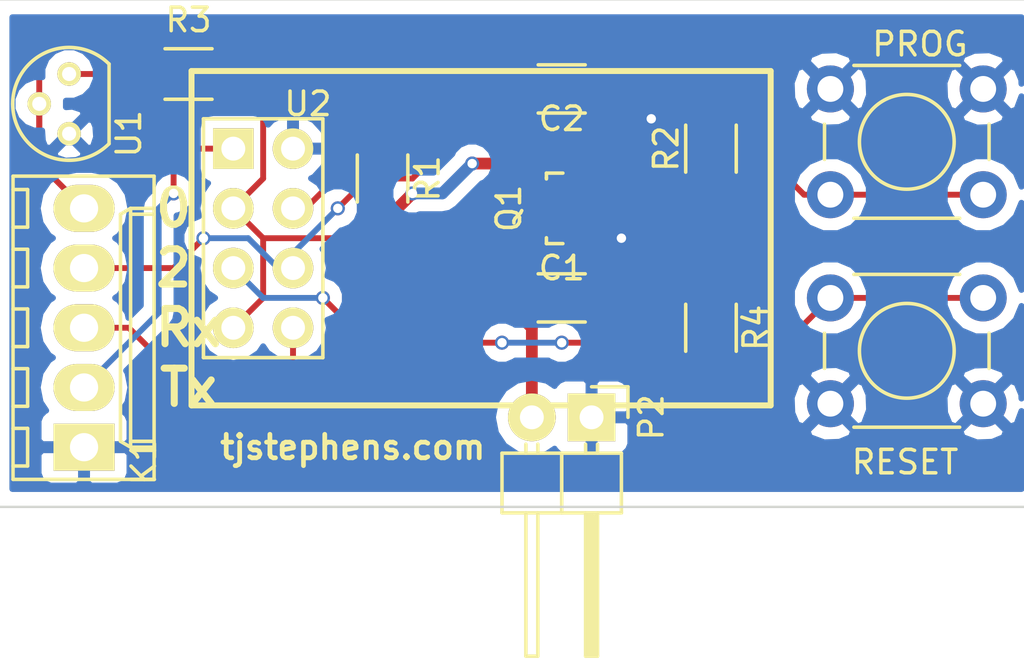
<source format=kicad_pcb>
(kicad_pcb (version 4) (host pcbnew 4.0.4-stable)

  (general
    (links 33)
    (no_connects 0)
    (area 109.169999 35.855 153.720001 65.485001)
    (thickness 1.6)
    (drawings 9)
    (tracks 105)
    (zones 0)
    (modules 13)
    (nets 9)
  )

  (page A4)
  (layers
    (0 F.Cu signal)
    (31 B.Cu signal)
    (32 B.Adhes user hide)
    (33 F.Adhes user hide)
    (34 B.Paste user)
    (35 F.Paste user)
    (36 B.SilkS user)
    (37 F.SilkS user)
    (38 B.Mask user hide)
    (39 F.Mask user hide)
    (40 Dwgs.User user)
    (41 Cmts.User user)
    (42 Eco1.User user)
    (43 Eco2.User user hide)
    (44 Edge.Cuts user hide)
    (45 Margin user)
    (46 B.CrtYd user hide)
    (47 F.CrtYd user)
    (48 B.Fab user)
    (49 F.Fab user hide)
  )

  (setup
    (last_trace_width 0.25)
    (trace_clearance 0.2)
    (zone_clearance 0.508)
    (zone_45_only no)
    (trace_min 0.2)
    (segment_width 0.2)
    (edge_width 0.1)
    (via_size 0.6)
    (via_drill 0.4)
    (via_min_size 0.4)
    (via_min_drill 0.3)
    (uvia_size 0.3)
    (uvia_drill 0.1)
    (uvias_allowed no)
    (uvia_min_size 0.2)
    (uvia_min_drill 0.1)
    (pcb_text_width 0.3)
    (pcb_text_size 1.5 1.5)
    (mod_edge_width 0.15)
    (mod_text_size 1 1)
    (mod_text_width 0.15)
    (pad_size 1.5 1.5)
    (pad_drill 0.6)
    (pad_to_mask_clearance 0)
    (aux_axis_origin 0 0)
    (visible_elements FFFFE06D)
    (pcbplotparams
      (layerselection 0x010f0_80000001)
      (usegerberextensions false)
      (excludeedgelayer true)
      (linewidth 0.100000)
      (plotframeref false)
      (viasonmask false)
      (mode 1)
      (useauxorigin false)
      (hpglpennumber 1)
      (hpglpenspeed 20)
      (hpglpendiameter 15)
      (hpglpenoverlay 2)
      (psnegative false)
      (psa4output false)
      (plotreference true)
      (plotvalue true)
      (plotinvisibletext false)
      (padsonsilk false)
      (subtractmaskfromsilk false)
      (outputformat 1)
      (mirror false)
      (drillshape 0)
      (scaleselection 1)
      (outputdirectory ESPTemperature/))
  )

  (net 0 "")
  (net 1 "Net-(C1-Pad1)")
  (net 2 GND)
  (net 3 /TX)
  (net 4 /RX)
  (net 5 VDD)
  (net 6 /GPIO0)
  (net 7 "Net-(R4-Pad2)")
  (net 8 /GPIO2)

  (net_class Default "This is the default net class."
    (clearance 0.2)
    (trace_width 0.25)
    (via_dia 0.6)
    (via_drill 0.4)
    (uvia_dia 0.3)
    (uvia_drill 0.1)
    (add_net /GPIO0)
    (add_net /GPIO2)
    (add_net /RX)
    (add_net /TX)
    (add_net "Net-(R4-Pad2)")
  )

  (net_class Power ""
    (clearance 0.2)
    (trace_width 0.5)
    (via_dia 0.6)
    (via_drill 0.4)
    (uvia_dia 0.3)
    (uvia_drill 0.1)
    (add_net GND)
    (add_net "Net-(C1-Pad1)")
    (add_net VDD)
  )

  (module ESP8266:ESP-01 (layer F.Cu) (tedit 580CE443) (tstamp 5807F43D)
    (at 119.38 43.18)
    (descr "Module, ESP-8266, ESP-01, 8 pin")
    (tags "Module ESP-8266 ESP8266")
    (path /5807F176)
    (fp_text reference U2 (at 3.175 -1.905) (layer F.SilkS)
      (effects (font (size 1 1) (thickness 0.15)))
    )
    (fp_text value ESP-01v090 (at 3.175 10.16) (layer F.Fab)
      (effects (font (size 1 1) (thickness 0.15)))
    )
    (fp_line (start -1.778 -3.302) (end 22.86 -3.302) (layer F.SilkS) (width 0.254))
    (fp_line (start 22.86 -3.302) (end 22.86 10.922) (layer F.SilkS) (width 0.254))
    (fp_line (start 22.86 10.922) (end -1.778 10.922) (layer F.SilkS) (width 0.254))
    (fp_line (start -1.778 10.922) (end -1.778 -3.302) (layer F.SilkS) (width 0.254))
    (fp_line (start -1.778 -3.302) (end 22.86 -3.302) (layer F.Fab) (width 0.05))
    (fp_line (start 22.86 -3.302) (end 22.86 10.922) (layer F.Fab) (width 0.05))
    (fp_line (start 22.86 10.922) (end -1.778 10.922) (layer F.Fab) (width 0.05))
    (fp_line (start -1.778 10.922) (end -1.778 -3.302) (layer F.Fab) (width 0.05))
    (fp_line (start 1.27 -1.27) (end -1.27 -1.27) (layer F.SilkS) (width 0.1524))
    (fp_line (start -1.27 -1.27) (end -1.27 1.27) (layer F.SilkS) (width 0.1524))
    (fp_line (start -1.75 -1.75) (end -1.75 9.4) (layer F.CrtYd) (width 0.05))
    (fp_line (start 4.3 -1.75) (end 4.3 9.4) (layer F.CrtYd) (width 0.05))
    (fp_line (start -1.75 -1.75) (end 4.3 -1.75) (layer F.CrtYd) (width 0.05))
    (fp_line (start -1.75 9.4) (end 4.3 9.4) (layer F.CrtYd) (width 0.05))
    (fp_line (start -1.27 1.27) (end -1.27 8.89) (layer F.SilkS) (width 0.1524))
    (fp_line (start -1.27 8.89) (end 3.81 8.89) (layer F.SilkS) (width 0.1524))
    (fp_line (start 3.81 8.89) (end 3.81 -1.27) (layer F.SilkS) (width 0.1524))
    (fp_line (start 3.81 -1.27) (end 1.27 -1.27) (layer F.SilkS) (width 0.1524))
    (pad 1 thru_hole rect (at 0 0) (size 1.7272 1.7272) (drill 1.016) (layers *.Cu *.Mask F.SilkS)
      (net 3 /TX))
    (pad 2 thru_hole oval (at 2.54 0) (size 1.7272 1.7272) (drill 1.016) (layers *.Cu *.Mask F.SilkS)
      (net 2 GND))
    (pad 3 thru_hole oval (at 0 2.54) (size 1.7272 1.7272) (drill 1.016) (layers *.Cu *.Mask F.SilkS)
      (net 5 VDD))
    (pad 4 thru_hole oval (at 2.54 2.54) (size 1.7272 1.7272) (drill 1.016) (layers *.Cu *.Mask F.SilkS)
      (net 8 /GPIO2))
    (pad 5 thru_hole oval (at 0 5.08) (size 1.7272 1.7272) (drill 1.016) (layers *.Cu *.Mask F.SilkS)
      (net 7 "Net-(R4-Pad2)"))
    (pad 6 thru_hole oval (at 2.54 5.08) (size 1.7272 1.7272) (drill 1.016) (layers *.Cu *.Mask F.SilkS)
      (net 6 /GPIO0))
    (pad 7 thru_hole oval (at 0 7.62) (size 1.7272 1.7272) (drill 1.016) (layers *.Cu *.Mask F.SilkS)
      (net 5 VDD))
    (pad 8 thru_hole oval (at 2.54 7.62) (size 1.7272 1.7272) (drill 1.016) (layers *.Cu *.Mask F.SilkS)
      (net 4 /RX))
  )

  (module Capacitors_SMD:C_1206_HandSoldering (layer F.Cu) (tedit 580BDAED) (tstamp 5807F3E8)
    (at 133.35 49.53)
    (descr "Capacitor SMD 1206, hand soldering")
    (tags "capacitor 1206")
    (path /5807EFCC)
    (attr smd)
    (fp_text reference C1 (at 0 -1.27) (layer F.SilkS)
      (effects (font (size 1 1) (thickness 0.15)))
    )
    (fp_text value 33u (at 0 2.3) (layer F.Fab) hide
      (effects (font (size 1 1) (thickness 0.15)))
    )
    (fp_line (start -1.6 0.8) (end -1.6 -0.8) (layer F.Fab) (width 0.15))
    (fp_line (start 1.6 0.8) (end -1.6 0.8) (layer F.Fab) (width 0.15))
    (fp_line (start 1.6 -0.8) (end 1.6 0.8) (layer F.Fab) (width 0.15))
    (fp_line (start -1.6 -0.8) (end 1.6 -0.8) (layer F.Fab) (width 0.15))
    (fp_line (start -3.3 -1.15) (end 3.3 -1.15) (layer F.CrtYd) (width 0.05))
    (fp_line (start -3.3 1.15) (end 3.3 1.15) (layer F.CrtYd) (width 0.05))
    (fp_line (start -3.3 -1.15) (end -3.3 1.15) (layer F.CrtYd) (width 0.05))
    (fp_line (start 3.3 -1.15) (end 3.3 1.15) (layer F.CrtYd) (width 0.05))
    (fp_line (start 1 -1.025) (end -1 -1.025) (layer F.SilkS) (width 0.15))
    (fp_line (start -1 1.025) (end 1 1.025) (layer F.SilkS) (width 0.15))
    (pad 1 smd rect (at -2 0) (size 2 1.6) (layers F.Cu F.Paste F.Mask)
      (net 1 "Net-(C1-Pad1)"))
    (pad 2 smd rect (at 2 0) (size 2 1.6) (layers F.Cu F.Paste F.Mask)
      (net 2 GND))
    (model Capacitors_SMD.3dshapes/C_1206_HandSoldering.wrl
      (at (xyz 0 0 0))
      (scale (xyz 1 1 1))
      (rotate (xyz 0 0 0))
    )
  )

  (module Capacitors_SMD:C_1206_HandSoldering (layer F.Cu) (tedit 580BD92E) (tstamp 5807F3EE)
    (at 133.35 40.64 180)
    (descr "Capacitor SMD 1206, hand soldering")
    (tags "capacitor 1206")
    (path /5807F01D)
    (attr smd)
    (fp_text reference C2 (at 0 -1.27 180) (layer F.SilkS)
      (effects (font (size 1 1) (thickness 0.15)))
    )
    (fp_text value 33u (at 0 2.3 180) (layer F.Fab)
      (effects (font (size 1 1) (thickness 0.15)))
    )
    (fp_line (start -1.6 0.8) (end -1.6 -0.8) (layer F.Fab) (width 0.15))
    (fp_line (start 1.6 0.8) (end -1.6 0.8) (layer F.Fab) (width 0.15))
    (fp_line (start 1.6 -0.8) (end 1.6 0.8) (layer F.Fab) (width 0.15))
    (fp_line (start -1.6 -0.8) (end 1.6 -0.8) (layer F.Fab) (width 0.15))
    (fp_line (start -3.3 -1.15) (end 3.3 -1.15) (layer F.CrtYd) (width 0.05))
    (fp_line (start -3.3 1.15) (end 3.3 1.15) (layer F.CrtYd) (width 0.05))
    (fp_line (start -3.3 -1.15) (end -3.3 1.15) (layer F.CrtYd) (width 0.05))
    (fp_line (start 3.3 -1.15) (end 3.3 1.15) (layer F.CrtYd) (width 0.05))
    (fp_line (start 1 -1.025) (end -1 -1.025) (layer F.SilkS) (width 0.15))
    (fp_line (start -1 1.025) (end 1 1.025) (layer F.SilkS) (width 0.15))
    (pad 1 smd rect (at -2 0 180) (size 2 1.6) (layers F.Cu F.Paste F.Mask)
      (net 2 GND))
    (pad 2 smd rect (at 2 0 180) (size 2 1.6) (layers F.Cu F.Paste F.Mask)
      (net 5 VDD))
    (model Capacitors_SMD.3dshapes/C_1206_HandSoldering.wrl
      (at (xyz 0 0 0))
      (scale (xyz 1 1 1))
      (rotate (xyz 0 0 0))
    )
  )

  (module Pin_Headers:Pin_Header_Angled_1x02 (layer F.Cu) (tedit 580D23D3) (tstamp 5807F3FB)
    (at 134.62 54.61 270)
    (descr "Through hole pin header")
    (tags "pin header")
    (path /58054E3B)
    (fp_text reference P2 (at 0 -2.54 270) (layer F.SilkS)
      (effects (font (size 1 1) (thickness 0.15)))
    )
    (fp_text value CONN_2 (at 1.905 -2.54 270) (layer F.Fab)
      (effects (font (size 1 1) (thickness 0.15)))
    )
    (fp_line (start -1.5 -1.75) (end -1.5 4.3) (layer F.CrtYd) (width 0.05))
    (fp_line (start 10.65 -1.75) (end 10.65 4.3) (layer F.CrtYd) (width 0.05))
    (fp_line (start -1.5 -1.75) (end 10.65 -1.75) (layer F.CrtYd) (width 0.05))
    (fp_line (start -1.5 4.3) (end 10.65 4.3) (layer F.CrtYd) (width 0.05))
    (fp_line (start -1.3 -1.55) (end -1.3 0) (layer F.SilkS) (width 0.15))
    (fp_line (start 0 -1.55) (end -1.3 -1.55) (layer F.SilkS) (width 0.15))
    (fp_line (start 4.191 -0.127) (end 10.033 -0.127) (layer F.SilkS) (width 0.15))
    (fp_line (start 10.033 -0.127) (end 10.033 0.127) (layer F.SilkS) (width 0.15))
    (fp_line (start 10.033 0.127) (end 4.191 0.127) (layer F.SilkS) (width 0.15))
    (fp_line (start 4.191 0.127) (end 4.191 0) (layer F.SilkS) (width 0.15))
    (fp_line (start 4.191 0) (end 10.033 0) (layer F.SilkS) (width 0.15))
    (fp_line (start 1.524 -0.254) (end 1.143 -0.254) (layer F.SilkS) (width 0.15))
    (fp_line (start 1.524 0.254) (end 1.143 0.254) (layer F.SilkS) (width 0.15))
    (fp_line (start 1.524 2.286) (end 1.143 2.286) (layer F.SilkS) (width 0.15))
    (fp_line (start 1.524 2.794) (end 1.143 2.794) (layer F.SilkS) (width 0.15))
    (fp_line (start 1.524 -1.27) (end 4.064 -1.27) (layer F.SilkS) (width 0.15))
    (fp_line (start 1.524 1.27) (end 4.064 1.27) (layer F.SilkS) (width 0.15))
    (fp_line (start 1.524 1.27) (end 1.524 3.81) (layer F.SilkS) (width 0.15))
    (fp_line (start 1.524 3.81) (end 4.064 3.81) (layer F.SilkS) (width 0.15))
    (fp_line (start 4.064 2.286) (end 10.16 2.286) (layer F.SilkS) (width 0.15))
    (fp_line (start 10.16 2.286) (end 10.16 2.794) (layer F.SilkS) (width 0.15))
    (fp_line (start 10.16 2.794) (end 4.064 2.794) (layer F.SilkS) (width 0.15))
    (fp_line (start 4.064 3.81) (end 4.064 1.27) (layer F.SilkS) (width 0.15))
    (fp_line (start 4.064 1.27) (end 4.064 -1.27) (layer F.SilkS) (width 0.15))
    (fp_line (start 10.16 0.254) (end 4.064 0.254) (layer F.SilkS) (width 0.15))
    (fp_line (start 10.16 -0.254) (end 10.16 0.254) (layer F.SilkS) (width 0.15))
    (fp_line (start 4.064 -0.254) (end 10.16 -0.254) (layer F.SilkS) (width 0.15))
    (fp_line (start 1.524 1.27) (end 4.064 1.27) (layer F.SilkS) (width 0.15))
    (fp_line (start 1.524 -1.27) (end 1.524 1.27) (layer F.SilkS) (width 0.15))
    (pad 1 thru_hole rect (at 0 0 270) (size 2.032 2.032) (drill 1.016) (layers *.Cu *.Mask F.SilkS)
      (net 2 GND))
    (pad 2 thru_hole oval (at 0 2.54 270) (size 2.032 2.032) (drill 1.016) (layers *.Cu *.Mask F.SilkS)
      (net 1 "Net-(C1-Pad1)"))
    (model Pin_Headers.3dshapes/Pin_Header_Angled_1x02.wrl
      (at (xyz 0 -0.05 0))
      (scale (xyz 1 1 1))
      (rotate (xyz 0 0 90))
    )
  )

  (module TO_SOT_Packages_SMD:SOT-23 (layer F.Cu) (tedit 580BD921) (tstamp 5807F402)
    (at 133.35 45.72 90)
    (descr "SOT-23, Standard")
    (tags SOT-23)
    (path /5807E986)
    (attr smd)
    (fp_text reference Q1 (at 0 -2.25 90) (layer F.SilkS)
      (effects (font (size 1 1) (thickness 0.15)))
    )
    (fp_text value MCP1700T-3302E/TT (at 8.89 6.35 180) (layer F.Fab) hide
      (effects (font (size 1 1) (thickness 0.15)))
    )
    (fp_line (start -1.65 -1.6) (end 1.65 -1.6) (layer F.CrtYd) (width 0.05))
    (fp_line (start 1.65 -1.6) (end 1.65 1.6) (layer F.CrtYd) (width 0.05))
    (fp_line (start 1.65 1.6) (end -1.65 1.6) (layer F.CrtYd) (width 0.05))
    (fp_line (start -1.65 1.6) (end -1.65 -1.6) (layer F.CrtYd) (width 0.05))
    (fp_line (start 1.29916 -0.65024) (end 1.2509 -0.65024) (layer F.SilkS) (width 0.15))
    (fp_line (start -1.49982 0.0508) (end -1.49982 -0.65024) (layer F.SilkS) (width 0.15))
    (fp_line (start -1.49982 -0.65024) (end -1.2509 -0.65024) (layer F.SilkS) (width 0.15))
    (fp_line (start 1.29916 -0.65024) (end 1.49982 -0.65024) (layer F.SilkS) (width 0.15))
    (fp_line (start 1.49982 -0.65024) (end 1.49982 0.0508) (layer F.SilkS) (width 0.15))
    (pad 1 smd rect (at -0.95 1.00076 90) (size 0.8001 0.8001) (layers F.Cu F.Paste F.Mask)
      (net 2 GND))
    (pad 2 smd rect (at 0.95 1.00076 90) (size 0.8001 0.8001) (layers F.Cu F.Paste F.Mask)
      (net 5 VDD))
    (pad 3 smd rect (at 0 -0.99822 90) (size 0.8001 0.8001) (layers F.Cu F.Paste F.Mask)
      (net 1 "Net-(C1-Pad1)"))
    (model TO_SOT_Packages_SMD.3dshapes/SOT-23.wrl
      (at (xyz 0 0 0))
      (scale (xyz 1 1 1))
      (rotate (xyz 0 0 0))
    )
  )

  (module Resistors_SMD:R_1206_HandSoldering (layer F.Cu) (tedit 580BD982) (tstamp 5807F408)
    (at 125.73 44.45 90)
    (descr "Resistor SMD 1206, hand soldering")
    (tags "resistor 1206")
    (path /580544F8)
    (attr smd)
    (fp_text reference R1 (at 0 1.905 90) (layer F.SilkS)
      (effects (font (size 1 1) (thickness 0.15)))
    )
    (fp_text value 10K (at 1.905 1.905 90) (layer F.Fab) hide
      (effects (font (size 1 1) (thickness 0.15)))
    )
    (fp_line (start -3.3 -1.2) (end 3.3 -1.2) (layer F.CrtYd) (width 0.05))
    (fp_line (start -3.3 1.2) (end 3.3 1.2) (layer F.CrtYd) (width 0.05))
    (fp_line (start -3.3 -1.2) (end -3.3 1.2) (layer F.CrtYd) (width 0.05))
    (fp_line (start 3.3 -1.2) (end 3.3 1.2) (layer F.CrtYd) (width 0.05))
    (fp_line (start 1 1.075) (end -1 1.075) (layer F.SilkS) (width 0.15))
    (fp_line (start -1 -1.075) (end 1 -1.075) (layer F.SilkS) (width 0.15))
    (pad 1 smd rect (at -2 0 90) (size 2 1.7) (layers F.Cu F.Paste F.Mask)
      (net 5 VDD))
    (pad 2 smd rect (at 2 0 90) (size 2 1.7) (layers F.Cu F.Paste F.Mask)
      (net 8 /GPIO2))
    (model Resistors_SMD.3dshapes/R_1206_HandSoldering.wrl
      (at (xyz 0 0 0))
      (scale (xyz 1 1 1))
      (rotate (xyz 0 0 0))
    )
  )

  (module Resistors_SMD:R_1206_HandSoldering (layer F.Cu) (tedit 580BD965) (tstamp 5807F40E)
    (at 139.7 43.18 90)
    (descr "Resistor SMD 1206, hand soldering")
    (tags "resistor 1206")
    (path /58053E38)
    (attr smd)
    (fp_text reference R2 (at 0 -1.905 90) (layer F.SilkS)
      (effects (font (size 1 1) (thickness 0.15)))
    )
    (fp_text value 10K (at 0 2.3 90) (layer F.Fab) hide
      (effects (font (size 1 1) (thickness 0.15)))
    )
    (fp_line (start -3.3 -1.2) (end 3.3 -1.2) (layer F.CrtYd) (width 0.05))
    (fp_line (start -3.3 1.2) (end 3.3 1.2) (layer F.CrtYd) (width 0.05))
    (fp_line (start -3.3 -1.2) (end -3.3 1.2) (layer F.CrtYd) (width 0.05))
    (fp_line (start 3.3 -1.2) (end 3.3 1.2) (layer F.CrtYd) (width 0.05))
    (fp_line (start 1 1.075) (end -1 1.075) (layer F.SilkS) (width 0.15))
    (fp_line (start -1 -1.075) (end 1 -1.075) (layer F.SilkS) (width 0.15))
    (pad 1 smd rect (at -2 0 90) (size 2 1.7) (layers F.Cu F.Paste F.Mask)
      (net 5 VDD))
    (pad 2 smd rect (at 2 0 90) (size 2 1.7) (layers F.Cu F.Paste F.Mask)
      (net 6 /GPIO0))
    (model Resistors_SMD.3dshapes/R_1206_HandSoldering.wrl
      (at (xyz 0 0 0))
      (scale (xyz 1 1 1))
      (rotate (xyz 0 0 0))
    )
  )

  (module Resistors_SMD:R_1206_HandSoldering (layer F.Cu) (tedit 580BD979) (tstamp 5807F414)
    (at 117.475 40.005)
    (descr "Resistor SMD 1206, hand soldering")
    (tags "resistor 1206")
    (path /58053E5E)
    (attr smd)
    (fp_text reference R3 (at 0 -2.3) (layer F.SilkS)
      (effects (font (size 1 1) (thickness 0.15)))
    )
    (fp_text value 10K (at 0 2.3) (layer F.Fab) hide
      (effects (font (size 1 1) (thickness 0.15)))
    )
    (fp_line (start -3.3 -1.2) (end 3.3 -1.2) (layer F.CrtYd) (width 0.05))
    (fp_line (start -3.3 1.2) (end 3.3 1.2) (layer F.CrtYd) (width 0.05))
    (fp_line (start -3.3 -1.2) (end -3.3 1.2) (layer F.CrtYd) (width 0.05))
    (fp_line (start 3.3 -1.2) (end 3.3 1.2) (layer F.CrtYd) (width 0.05))
    (fp_line (start 1 1.075) (end -1 1.075) (layer F.SilkS) (width 0.15))
    (fp_line (start -1 -1.075) (end 1 -1.075) (layer F.SilkS) (width 0.15))
    (pad 1 smd rect (at -2 0) (size 2 1.7) (layers F.Cu F.Paste F.Mask)
      (net 5 VDD))
    (pad 2 smd rect (at 2 0) (size 2 1.7) (layers F.Cu F.Paste F.Mask)
      (net 8 /GPIO2))
    (model Resistors_SMD.3dshapes/R_1206_HandSoldering.wrl
      (at (xyz 0 0 0))
      (scale (xyz 1 1 1))
      (rotate (xyz 0 0 0))
    )
  )

  (module Resistors_SMD:R_1206_HandSoldering (layer F.Cu) (tedit 580BD95E) (tstamp 5807F41A)
    (at 139.7 50.8 270)
    (descr "Resistor SMD 1206, hand soldering")
    (tags "resistor 1206")
    (path /58054830)
    (attr smd)
    (fp_text reference R4 (at 0 -1.905 270) (layer F.SilkS)
      (effects (font (size 1 1) (thickness 0.15)))
    )
    (fp_text value 10K (at 0 2.3 270) (layer F.Fab) hide
      (effects (font (size 1 1) (thickness 0.15)))
    )
    (fp_line (start -3.3 -1.2) (end 3.3 -1.2) (layer F.CrtYd) (width 0.05))
    (fp_line (start -3.3 1.2) (end 3.3 1.2) (layer F.CrtYd) (width 0.05))
    (fp_line (start -3.3 -1.2) (end -3.3 1.2) (layer F.CrtYd) (width 0.05))
    (fp_line (start 3.3 -1.2) (end 3.3 1.2) (layer F.CrtYd) (width 0.05))
    (fp_line (start 1 1.075) (end -1 1.075) (layer F.SilkS) (width 0.15))
    (fp_line (start -1 -1.075) (end 1 -1.075) (layer F.SilkS) (width 0.15))
    (pad 1 smd rect (at -2 0 270) (size 2 1.7) (layers F.Cu F.Paste F.Mask)
      (net 5 VDD))
    (pad 2 smd rect (at 2 0 270) (size 2 1.7) (layers F.Cu F.Paste F.Mask)
      (net 7 "Net-(R4-Pad2)"))
    (model Resistors_SMD.3dshapes/R_1206_HandSoldering.wrl
      (at (xyz 0 0 0))
      (scale (xyz 1 1 1))
      (rotate (xyz 0 0 0))
    )
  )

  (module Buttons_Switches_ThroughHole:SW_PUSH_6mm (layer F.Cu) (tedit 580D23C9) (tstamp 5807F422)
    (at 144.78 40.64)
    (descr https://www.omron.com/ecb/products/pdf/en-b3f.pdf)
    (tags "tact sw push 6mm")
    (path /58053D4D)
    (fp_text reference SW1 (at 3.25 -2) (layer F.SilkS) hide
      (effects (font (size 1 1) (thickness 0.15)))
    )
    (fp_text value PROG (at 3.81 -1.905) (layer F.SilkS)
      (effects (font (size 1 1) (thickness 0.15)))
    )
    (fp_line (start 3.25 -0.75) (end 6.25 -0.75) (layer F.Fab) (width 0.15))
    (fp_line (start 6.25 -0.75) (end 6.25 5.25) (layer F.Fab) (width 0.15))
    (fp_line (start 6.25 5.25) (end 0.25 5.25) (layer F.Fab) (width 0.15))
    (fp_line (start 0.25 5.25) (end 0.25 -0.75) (layer F.Fab) (width 0.15))
    (fp_line (start 0.25 -0.75) (end 3.25 -0.75) (layer F.Fab) (width 0.15))
    (fp_line (start 7.75 6) (end 8 6) (layer F.CrtYd) (width 0.05))
    (fp_line (start 8 6) (end 8 5.75) (layer F.CrtYd) (width 0.05))
    (fp_line (start 7.75 -1.5) (end 8 -1.5) (layer F.CrtYd) (width 0.05))
    (fp_line (start 8 -1.5) (end 8 -1.25) (layer F.CrtYd) (width 0.05))
    (fp_line (start -1.5 -1.25) (end -1.5 -1.5) (layer F.CrtYd) (width 0.05))
    (fp_line (start -1.5 -1.5) (end -1.25 -1.5) (layer F.CrtYd) (width 0.05))
    (fp_line (start -1.5 5.75) (end -1.5 6) (layer F.CrtYd) (width 0.05))
    (fp_line (start -1.5 6) (end -1.25 6) (layer F.CrtYd) (width 0.05))
    (fp_circle (center 3.25 2.25) (end 1.25 2.5) (layer F.SilkS) (width 0.15))
    (fp_line (start -1.25 -1.5) (end 7.75 -1.5) (layer F.CrtYd) (width 0.05))
    (fp_line (start -1.5 5.75) (end -1.5 -1.25) (layer F.CrtYd) (width 0.05))
    (fp_line (start 7.75 6) (end -1.25 6) (layer F.CrtYd) (width 0.05))
    (fp_line (start 8 -1.25) (end 8 5.75) (layer F.CrtYd) (width 0.05))
    (fp_line (start 1 5.5) (end 5.5 5.5) (layer F.SilkS) (width 0.15))
    (fp_line (start -0.25 1.5) (end -0.25 3) (layer F.SilkS) (width 0.15))
    (fp_line (start 5.5 -1) (end 1 -1) (layer F.SilkS) (width 0.15))
    (fp_line (start 6.75 3) (end 6.75 1.5) (layer F.SilkS) (width 0.15))
    (pad 2 thru_hole circle (at 0 4.5 90) (size 2 2) (drill 1.1) (layers *.Cu *.Mask)
      (net 6 /GPIO0))
    (pad 1 thru_hole circle (at 0 0 90) (size 2 2) (drill 1.1) (layers *.Cu *.Mask)
      (net 2 GND))
    (pad 2 thru_hole circle (at 6.5 4.5 90) (size 2 2) (drill 1.1) (layers *.Cu *.Mask)
      (net 6 /GPIO0))
    (pad 1 thru_hole circle (at 6.5 0 90) (size 2 2) (drill 1.1) (layers *.Cu *.Mask)
      (net 2 GND))
  )

  (module Buttons_Switches_ThroughHole:SW_PUSH_6mm (layer F.Cu) (tedit 580D23C3) (tstamp 5807F42A)
    (at 144.78 49.53)
    (descr https://www.omron.com/ecb/products/pdf/en-b3f.pdf)
    (tags "tact sw push 6mm")
    (path /5805477F)
    (fp_text reference SW2 (at 3.25 -2) (layer F.SilkS) hide
      (effects (font (size 1 1) (thickness 0.15)))
    )
    (fp_text value RESET (at 3.175 6.985) (layer F.SilkS)
      (effects (font (size 1 1) (thickness 0.15)))
    )
    (fp_line (start 3.25 -0.75) (end 6.25 -0.75) (layer F.Fab) (width 0.15))
    (fp_line (start 6.25 -0.75) (end 6.25 5.25) (layer F.Fab) (width 0.15))
    (fp_line (start 6.25 5.25) (end 0.25 5.25) (layer F.Fab) (width 0.15))
    (fp_line (start 0.25 5.25) (end 0.25 -0.75) (layer F.Fab) (width 0.15))
    (fp_line (start 0.25 -0.75) (end 3.25 -0.75) (layer F.Fab) (width 0.15))
    (fp_line (start 7.75 6) (end 8 6) (layer F.CrtYd) (width 0.05))
    (fp_line (start 8 6) (end 8 5.75) (layer F.CrtYd) (width 0.05))
    (fp_line (start 7.75 -1.5) (end 8 -1.5) (layer F.CrtYd) (width 0.05))
    (fp_line (start 8 -1.5) (end 8 -1.25) (layer F.CrtYd) (width 0.05))
    (fp_line (start -1.5 -1.25) (end -1.5 -1.5) (layer F.CrtYd) (width 0.05))
    (fp_line (start -1.5 -1.5) (end -1.25 -1.5) (layer F.CrtYd) (width 0.05))
    (fp_line (start -1.5 5.75) (end -1.5 6) (layer F.CrtYd) (width 0.05))
    (fp_line (start -1.5 6) (end -1.25 6) (layer F.CrtYd) (width 0.05))
    (fp_circle (center 3.25 2.25) (end 1.25 2.5) (layer F.SilkS) (width 0.15))
    (fp_line (start -1.25 -1.5) (end 7.75 -1.5) (layer F.CrtYd) (width 0.05))
    (fp_line (start -1.5 5.75) (end -1.5 -1.25) (layer F.CrtYd) (width 0.05))
    (fp_line (start 7.75 6) (end -1.25 6) (layer F.CrtYd) (width 0.05))
    (fp_line (start 8 -1.25) (end 8 5.75) (layer F.CrtYd) (width 0.05))
    (fp_line (start 1 5.5) (end 5.5 5.5) (layer F.SilkS) (width 0.15))
    (fp_line (start -0.25 1.5) (end -0.25 3) (layer F.SilkS) (width 0.15))
    (fp_line (start 5.5 -1) (end 1 -1) (layer F.SilkS) (width 0.15))
    (fp_line (start 6.75 3) (end 6.75 1.5) (layer F.SilkS) (width 0.15))
    (pad 2 thru_hole circle (at 0 4.5 90) (size 2 2) (drill 1.1) (layers *.Cu *.Mask)
      (net 2 GND))
    (pad 1 thru_hole circle (at 0 0 90) (size 2 2) (drill 1.1) (layers *.Cu *.Mask)
      (net 7 "Net-(R4-Pad2)"))
    (pad 2 thru_hole circle (at 6.5 4.5 90) (size 2 2) (drill 1.1) (layers *.Cu *.Mask)
      (net 2 GND))
    (pad 1 thru_hole circle (at 6.5 0 90) (size 2 2) (drill 1.1) (layers *.Cu *.Mask)
      (net 7 "Net-(R4-Pad2)"))
  )

  (module TO_SOT_Packages_THT:TO-92_Molded_Narrow (layer F.Cu) (tedit 580CE43C) (tstamp 5807F431)
    (at 112.395 42.545 90)
    (descr "TO-92 leads molded, narrow, drill 0.6mm (see NXP sot054_po.pdf)")
    (tags "to-92 sc-43 sc-43a sot54 PA33 transistor")
    (path /58054262)
    (fp_text reference U1 (at 0 2.54 90) (layer F.SilkS)
      (effects (font (size 1 1) (thickness 0.15)))
    )
    (fp_text value DS18B20 (at 0 3 90) (layer F.Fab) hide
      (effects (font (size 1 1) (thickness 0.15)))
    )
    (fp_line (start -1.4 1.95) (end -1.4 -2.65) (layer F.CrtYd) (width 0.05))
    (fp_line (start -1.4 1.95) (end 3.9 1.95) (layer F.CrtYd) (width 0.05))
    (fp_line (start -0.43 1.7) (end 2.97 1.7) (layer F.SilkS) (width 0.15))
    (fp_arc (start 1.27 0) (end 1.27 -2.4) (angle -135) (layer F.SilkS) (width 0.15))
    (fp_arc (start 1.27 0) (end 1.27 -2.4) (angle 135) (layer F.SilkS) (width 0.15))
    (fp_line (start -1.4 -2.65) (end 3.9 -2.65) (layer F.CrtYd) (width 0.05))
    (fp_line (start 3.9 1.95) (end 3.9 -2.65) (layer F.CrtYd) (width 0.05))
    (pad 2 thru_hole circle (at 1.27 -1.27 180) (size 1.00076 1.00076) (drill 0.6) (layers *.Cu *.Mask F.SilkS)
      (net 8 /GPIO2))
    (pad 3 thru_hole circle (at 2.54 0 180) (size 1.00076 1.00076) (drill 0.6) (layers *.Cu *.Mask F.SilkS)
      (net 5 VDD))
    (pad 1 thru_hole circle (at 0 0 180) (size 1.00076 1.00076) (drill 0.6) (layers *.Cu *.Mask F.SilkS)
      (net 2 GND))
    (model TO_SOT_Packages_THT.3dshapes/TO-92_Molded_Narrow.wrl
      (at (xyz 0.05 0 0))
      (scale (xyz 1 1 1))
      (rotate (xyz 0 0 -90))
    )
  )

  (module Connectors_Molex:Molex_KK-6410-05_05x2.54mm_Straight (layer F.Cu) (tedit 580D23DA) (tstamp 580CE632)
    (at 113.03 55.88 90)
    (descr "Connector Headers with Friction Lock, 22-27-2051, http://www.molex.com/pdm_docs/sd/022272021_sd.pdf")
    (tags "connector molex kk_6410 22-27-2051")
    (path /58054639)
    (fp_text reference K1 (at -0.635 2.54 90) (layer F.SilkS)
      (effects (font (size 1 1) (thickness 0.15)))
    )
    (fp_text value CONN_5 (at 5.08 4.5 90) (layer F.Fab)
      (effects (font (size 1 1) (thickness 0.15)))
    )
    (fp_line (start -1.37 -3.02) (end -1.37 2.98) (layer F.SilkS) (width 0.15))
    (fp_line (start -1.37 2.98) (end 11.53 2.98) (layer F.SilkS) (width 0.15))
    (fp_line (start 11.53 2.98) (end 11.53 -3.02) (layer F.SilkS) (width 0.15))
    (fp_line (start 11.53 -3.02) (end -1.37 -3.02) (layer F.SilkS) (width 0.15))
    (fp_line (start 0 2.98) (end 0 1.98) (layer F.SilkS) (width 0.15))
    (fp_line (start 0 1.98) (end 10.16 1.98) (layer F.SilkS) (width 0.15))
    (fp_line (start 10.16 1.98) (end 10.16 2.98) (layer F.SilkS) (width 0.15))
    (fp_line (start 0 1.98) (end 0.25 1.55) (layer F.SilkS) (width 0.15))
    (fp_line (start 0.25 1.55) (end 9.91 1.55) (layer F.SilkS) (width 0.15))
    (fp_line (start 9.91 1.55) (end 10.16 1.98) (layer F.SilkS) (width 0.15))
    (fp_line (start 0.25 2.98) (end 0.25 1.98) (layer F.SilkS) (width 0.15))
    (fp_line (start 9.91 2.98) (end 9.91 1.98) (layer F.SilkS) (width 0.15))
    (fp_line (start -0.8 -3.02) (end -0.8 -2.4) (layer F.SilkS) (width 0.15))
    (fp_line (start -0.8 -2.4) (end 0.8 -2.4) (layer F.SilkS) (width 0.15))
    (fp_line (start 0.8 -2.4) (end 0.8 -3.02) (layer F.SilkS) (width 0.15))
    (fp_line (start 1.74 -3.02) (end 1.74 -2.4) (layer F.SilkS) (width 0.15))
    (fp_line (start 1.74 -2.4) (end 3.34 -2.4) (layer F.SilkS) (width 0.15))
    (fp_line (start 3.34 -2.4) (end 3.34 -3.02) (layer F.SilkS) (width 0.15))
    (fp_line (start 4.28 -3.02) (end 4.28 -2.4) (layer F.SilkS) (width 0.15))
    (fp_line (start 4.28 -2.4) (end 5.88 -2.4) (layer F.SilkS) (width 0.15))
    (fp_line (start 5.88 -2.4) (end 5.88 -3.02) (layer F.SilkS) (width 0.15))
    (fp_line (start 6.82 -3.02) (end 6.82 -2.4) (layer F.SilkS) (width 0.15))
    (fp_line (start 6.82 -2.4) (end 8.42 -2.4) (layer F.SilkS) (width 0.15))
    (fp_line (start 8.42 -2.4) (end 8.42 -3.02) (layer F.SilkS) (width 0.15))
    (fp_line (start 9.36 -3.02) (end 9.36 -2.4) (layer F.SilkS) (width 0.15))
    (fp_line (start 9.36 -2.4) (end 10.96 -2.4) (layer F.SilkS) (width 0.15))
    (fp_line (start 10.96 -2.4) (end 10.96 -3.02) (layer F.SilkS) (width 0.15))
    (fp_line (start -1.9 3.5) (end -1.9 -3.55) (layer F.CrtYd) (width 0.05))
    (fp_line (start -1.9 -3.55) (end 12.05 -3.55) (layer F.CrtYd) (width 0.05))
    (fp_line (start 12.05 -3.55) (end 12.05 3.5) (layer F.CrtYd) (width 0.05))
    (fp_line (start 12.05 3.5) (end -1.9 3.5) (layer F.CrtYd) (width 0.05))
    (pad 1 thru_hole rect (at 0 0 90) (size 2 2.6) (drill 1.2) (layers *.Cu *.Mask F.SilkS)
      (net 2 GND))
    (pad 2 thru_hole oval (at 2.54 0 90) (size 2 2.6) (drill 1.2) (layers *.Cu *.Mask F.SilkS)
      (net 3 /TX))
    (pad 3 thru_hole oval (at 5.08 0 90) (size 2 2.6) (drill 1.2) (layers *.Cu *.Mask F.SilkS)
      (net 4 /RX))
    (pad 4 thru_hole oval (at 7.62 0 90) (size 2 2.6) (drill 1.2) (layers *.Cu *.Mask F.SilkS)
      (net 6 /GPIO0))
    (pad 5 thru_hole oval (at 10.16 0 90) (size 2 2.6) (drill 1.2) (layers *.Cu *.Mask F.SilkS)
      (net 8 /GPIO2))
  )

  (gr_text Tx (at 117.475 53.34) (layer F.SilkS)
    (effects (font (size 1.5 1.5) (thickness 0.3)))
  )
  (gr_text Rx (at 117.475 50.8) (layer F.SilkS)
    (effects (font (size 1.5 1.5) (thickness 0.3)))
  )
  (gr_text 2 (at 116.84 48.26) (layer F.SilkS)
    (effects (font (size 1.5 1.5) (thickness 0.3)))
  )
  (gr_text 0 (at 116.84 45.72) (layer F.SilkS)
    (effects (font (size 1.5 1.5) (thickness 0.3)))
  )
  (gr_text tjstephens.com (at 124.46 55.88) (layer F.SilkS)
    (effects (font (size 1 1) (thickness 0.2)))
  )
  (gr_line (start 109.22 58.42) (end 109.22 36.83) (angle 90) (layer Edge.Cuts) (width 0.1))
  (gr_line (start 153.67 58.42) (end 109.22 58.42) (angle 90) (layer Edge.Cuts) (width 0.1))
  (gr_line (start 153.67 36.83) (end 153.67 58.42) (angle 90) (layer Edge.Cuts) (width 0.1))
  (gr_line (start 109.22 36.83) (end 153.67 36.83) (angle 90) (layer Edge.Cuts) (width 0.1))

  (segment (start 131.35 49.53) (end 131.35 50.07) (width 0.5) (layer F.Cu) (net 1))
  (segment (start 131.35 50.07) (end 132.08 50.8) (width 0.5) (layer F.Cu) (net 1) (tstamp 580CF2CF))
  (segment (start 132.08 50.8) (end 132.08 54.61) (width 0.5) (layer F.Cu) (net 1) (tstamp 580CF2D1) (status 20))
  (segment (start 132.35178 45.72) (end 132.08 45.72) (width 0.5) (layer F.Cu) (net 1))
  (segment (start 132.08 45.72) (end 131.35 46.45) (width 0.5) (layer F.Cu) (net 1) (tstamp 580CF2CA))
  (segment (start 131.35 46.45) (end 131.35 49.53) (width 0.5) (layer F.Cu) (net 1) (tstamp 580CF2CC))
  (segment (start 132.08 50.26) (end 131.35 49.53) (width 0.25) (layer F.Cu) (net 1) (tstamp 580BD742))
  (segment (start 132.35178 54.33822) (end 132.08 54.61) (width 0.25) (layer F.Cu) (net 1) (tstamp 580BD6EC) (status 30))
  (segment (start 135.35 47.66924) (end 135.35 47.53) (width 0.5) (layer F.Cu) (net 2))
  (via (at 135.89 46.99) (size 0.6) (drill 0.4) (layers F.Cu B.Cu) (net 2))
  (segment (start 135.35 47.53) (end 135.89 46.99) (width 0.5) (layer F.Cu) (net 2) (tstamp 580CF2C1))
  (segment (start 135.35 49.53) (end 135.35 47.66924) (width 0.5) (layer F.Cu) (net 2))
  (segment (start 135.35 47.66924) (end 134.35076 46.67) (width 0.5) (layer F.Cu) (net 2) (tstamp 580CF2BD))
  (segment (start 135.35 40.64) (end 135.89 40.64) (width 0.25) (layer F.Cu) (net 2))
  (segment (start 135.89 40.64) (end 137.16 41.91) (width 0.25) (layer F.Cu) (net 2) (tstamp 580BD86B))
  (via (at 137.16 41.91) (size 0.6) (drill 0.4) (layers F.Cu B.Cu) (net 2))
  (segment (start 119.38 43.18) (end 117.475 43.18) (width 0.25) (layer F.Cu) (net 3))
  (segment (start 116.205 50.165) (end 113.03 53.34) (width 0.25) (layer B.Cu) (net 3) (tstamp 580CE698))
  (segment (start 116.205 45.72) (end 116.205 50.165) (width 0.25) (layer B.Cu) (net 3) (tstamp 580CE697))
  (segment (start 116.84 45.085) (end 116.205 45.72) (width 0.25) (layer B.Cu) (net 3) (tstamp 580CE696))
  (via (at 116.84 45.085) (size 0.6) (drill 0.4) (layers F.Cu B.Cu) (net 3))
  (segment (start 116.84 43.815) (end 116.84 45.085) (width 0.25) (layer F.Cu) (net 3) (tstamp 580CE694))
  (segment (start 117.475 43.18) (end 116.84 43.815) (width 0.25) (layer F.Cu) (net 3) (tstamp 580CE693))
  (segment (start 121.92 50.8) (end 121.92 52.07) (width 0.25) (layer F.Cu) (net 4))
  (segment (start 114.935 50.8) (end 113.03 50.8) (width 0.25) (layer F.Cu) (net 4) (tstamp 580CE68F))
  (segment (start 117.475 53.34) (end 114.935 50.8) (width 0.25) (layer F.Cu) (net 4) (tstamp 580CE68D))
  (segment (start 120.65 53.34) (end 117.475 53.34) (width 0.25) (layer F.Cu) (net 4) (tstamp 580CE68B))
  (segment (start 121.92 52.07) (end 120.65 53.34) (width 0.25) (layer F.Cu) (net 4) (tstamp 580CE68A))
  (segment (start 131.35 40.64) (end 131.35 41.76924) (width 0.5) (layer F.Cu) (net 5))
  (segment (start 131.35 41.76924) (end 134.35076 44.77) (width 0.5) (layer F.Cu) (net 5) (tstamp 580CF20A))
  (segment (start 134.35076 44.77) (end 134.305 44.77) (width 0.5) (layer F.Cu) (net 5) (tstamp 580CF20C))
  (segment (start 134.305 44.77) (end 133.35 43.815) (width 0.5) (layer F.Cu) (net 5) (tstamp 580CF20D))
  (segment (start 133.35 43.815) (end 129.54 43.815) (width 0.5) (layer F.Cu) (net 5) (tstamp 580CF210))
  (via (at 129.54 43.815) (size 0.6) (drill 0.4) (layers F.Cu B.Cu) (net 5))
  (segment (start 129.54 43.815) (end 128.27 45.085) (width 0.5) (layer B.Cu) (net 5) (tstamp 580CF215))
  (segment (start 128.27 45.085) (end 127 45.085) (width 0.5) (layer B.Cu) (net 5) (tstamp 580CF216))
  (via (at 127 45.085) (size 0.6) (drill 0.4) (layers F.Cu B.Cu) (net 5))
  (segment (start 127 45.085) (end 125.73 46.355) (width 0.5) (layer F.Cu) (net 5) (tstamp 580CF219))
  (segment (start 125.73 46.355) (end 125.73 46.45) (width 0.5) (layer F.Cu) (net 5) (tstamp 580CF21A))
  (segment (start 115.475 40.005) (end 116.745 41.275) (width 0.25) (layer F.Cu) (net 5))
  (segment (start 116.745 41.275) (end 120.015 41.275) (width 0.25) (layer F.Cu) (net 5) (tstamp 580CE7B4))
  (segment (start 112.395 40.005) (end 115.475 40.005) (width 0.25) (layer F.Cu) (net 5))
  (segment (start 119.38 45.72) (end 120.65 44.45) (width 0.25) (layer F.Cu) (net 5))
  (segment (start 120.015 41.275) (end 116.745 41.275) (width 0.25) (layer F.Cu) (net 5) (tstamp 580CE6A8))
  (segment (start 120.65 41.91) (end 120.015 41.275) (width 0.25) (layer F.Cu) (net 5) (tstamp 580CE6A7))
  (segment (start 120.65 44.45) (end 120.65 41.91) (width 0.25) (layer F.Cu) (net 5) (tstamp 580CE6A6))
  (segment (start 134.35076 44.77) (end 139.29 44.77) (width 0.25) (layer F.Cu) (net 5))
  (segment (start 139.29 44.77) (end 139.7 45.18) (width 0.25) (layer F.Cu) (net 5) (tstamp 580BD739))
  (segment (start 125.73 45.72) (end 125.73 46.45) (width 0.25) (layer F.Cu) (net 5) (tstamp 580BD6CA))
  (segment (start 120.65 46.99) (end 120.65 49.53) (width 0.25) (layer F.Cu) (net 5))
  (segment (start 120.65 49.53) (end 119.38 50.8) (width 0.25) (layer F.Cu) (net 5) (tstamp 5807F605))
  (segment (start 119.38 45.72) (end 120.65 46.99) (width 0.25) (layer F.Cu) (net 5))
  (segment (start 120.65 46.99) (end 126.46 46.99) (width 0.25) (layer F.Cu) (net 5) (tstamp 5807F601))
  (segment (start 125.19 46.99) (end 125.73 46.45) (width 0.25) (layer F.Cu) (net 5) (tstamp 5807F5FD) (status 30))
  (segment (start 139.7 48.8) (end 139.7 45.18) (width 0.25) (layer F.Cu) (net 5))
  (segment (start 144.78 45.14) (end 143.66 45.14) (width 0.25) (layer F.Cu) (net 6))
  (segment (start 143.66 45.14) (end 139.7 41.18) (width 0.25) (layer F.Cu) (net 6) (tstamp 580CF2EB))
  (segment (start 139.7 41.18) (end 139.7 39.37) (width 0.25) (layer F.Cu) (net 6) (tstamp 580CF2EE))
  (segment (start 123.825 45.72) (end 121.92 47.625) (width 0.25) (layer B.Cu) (net 6) (tstamp 580CF30B))
  (via (at 123.825 45.72) (size 0.6) (drill 0.4) (layers F.Cu B.Cu) (net 6))
  (segment (start 125.095 44.45) (end 123.825 45.72) (width 0.25) (layer F.Cu) (net 6) (tstamp 580CF303))
  (segment (start 127 44.45) (end 125.095 44.45) (width 0.25) (layer F.Cu) (net 6) (tstamp 580CF301))
  (segment (start 127.635 43.815) (end 127 44.45) (width 0.25) (layer F.Cu) (net 6) (tstamp 580CF300))
  (segment (start 127.635 40.64) (end 127.635 43.815) (width 0.25) (layer F.Cu) (net 6) (tstamp 580CF2FE))
  (segment (start 129.54 38.735) (end 127.635 40.64) (width 0.25) (layer F.Cu) (net 6) (tstamp 580CF2FB))
  (segment (start 139.065 38.735) (end 129.54 38.735) (width 0.25) (layer F.Cu) (net 6) (tstamp 580CF2F2))
  (segment (start 139.7 39.37) (end 139.065 38.735) (width 0.25) (layer F.Cu) (net 6) (tstamp 580CF2EF))
  (segment (start 121.92 47.625) (end 121.92 48.26) (width 0.25) (layer B.Cu) (net 6) (tstamp 580CF30C))
  (segment (start 121.92 48.26) (end 121.285 48.26) (width 0.25) (layer B.Cu) (net 6))
  (segment (start 121.285 48.26) (end 120.015 46.99) (width 0.25) (layer B.Cu) (net 6) (tstamp 580CE69D))
  (segment (start 116.84 48.26) (end 113.03 48.26) (width 0.25) (layer F.Cu) (net 6) (tstamp 580CE6A2))
  (segment (start 118.11 46.99) (end 116.84 48.26) (width 0.25) (layer F.Cu) (net 6) (tstamp 580CE6A1))
  (via (at 118.11 46.99) (size 0.6) (drill 0.4) (layers F.Cu B.Cu) (net 6))
  (segment (start 120.015 46.99) (end 118.11 46.99) (width 0.25) (layer B.Cu) (net 6) (tstamp 580CE69E))
  (segment (start 144.78 45.14) (end 151.28 45.14) (width 0.25) (layer F.Cu) (net 6))
  (segment (start 119.38 48.26) (end 120.65 49.53) (width 0.25) (layer B.Cu) (net 7))
  (segment (start 137.795 51.435) (end 139.16 52.8) (width 0.25) (layer F.Cu) (net 7) (tstamp 580BD7B2))
  (segment (start 133.35 51.435) (end 137.795 51.435) (width 0.25) (layer F.Cu) (net 7) (tstamp 580BD7B1))
  (via (at 133.35 51.435) (size 0.6) (drill 0.4) (layers F.Cu B.Cu) (net 7))
  (segment (start 130.81 51.435) (end 133.35 51.435) (width 0.25) (layer B.Cu) (net 7) (tstamp 580BD7AD))
  (via (at 130.81 51.435) (size 0.6) (drill 0.4) (layers F.Cu B.Cu) (net 7))
  (segment (start 125.095 51.435) (end 130.81 51.435) (width 0.25) (layer F.Cu) (net 7) (tstamp 580BD797))
  (segment (start 123.19 49.53) (end 125.095 51.435) (width 0.25) (layer F.Cu) (net 7) (tstamp 580BD796))
  (via (at 123.19 49.53) (size 0.6) (drill 0.4) (layers F.Cu B.Cu) (net 7))
  (segment (start 120.65 49.53) (end 123.19 49.53) (width 0.25) (layer B.Cu) (net 7) (tstamp 580BD78E))
  (segment (start 139.16 52.8) (end 139.7 52.8) (width 0.25) (layer F.Cu) (net 7) (tstamp 580BD7B4))
  (segment (start 139.7 52.8) (end 139.16 52.8) (width 0.25) (layer F.Cu) (net 7))
  (segment (start 151.28 49.53) (end 144.78 49.53) (width 0.25) (layer F.Cu) (net 7))
  (segment (start 144.78 49.53) (end 141.51 52.8) (width 0.25) (layer F.Cu) (net 7) (tstamp 5807F708))
  (segment (start 141.51 52.8) (end 139.7 52.8) (width 0.25) (layer F.Cu) (net 7) (tstamp 5807F70A))
  (segment (start 113.03 45.72) (end 111.125 43.815) (width 0.25) (layer F.Cu) (net 8))
  (segment (start 111.125 43.815) (end 111.125 41.275) (width 0.25) (layer F.Cu) (net 8) (tstamp 580CE7C6))
  (segment (start 119.475 40.005) (end 118.745 40.005) (width 0.25) (layer F.Cu) (net 8))
  (segment (start 118.745 40.005) (end 117.475 38.735) (width 0.25) (layer F.Cu) (net 8) (tstamp 580CE7BD))
  (segment (start 111.125 39.37) (end 111.125 43.815) (width 0.25) (layer F.Cu) (net 8) (tstamp 580CE7C1))
  (segment (start 111.76 38.735) (end 111.125 39.37) (width 0.25) (layer F.Cu) (net 8) (tstamp 580CE7C0))
  (segment (start 117.475 38.735) (end 111.76 38.735) (width 0.25) (layer F.Cu) (net 8) (tstamp 580CE7BE))
  (segment (start 119.475 40.005) (end 121.92 40.005) (width 0.25) (layer F.Cu) (net 8))
  (segment (start 124.365 42.45) (end 125.73 42.45) (width 0.25) (layer F.Cu) (net 8) (tstamp 580CE7B9))
  (segment (start 121.92 40.005) (end 124.365 42.45) (width 0.25) (layer F.Cu) (net 8) (tstamp 580CE7B7))
  (segment (start 121.92 45.72) (end 122.46 45.72) (width 0.25) (layer F.Cu) (net 8))
  (segment (start 122.46 45.72) (end 125.73 42.45) (width 0.25) (layer F.Cu) (net 8) (tstamp 5807F6E6))
  (segment (start 119.475 40.005) (end 119.475 40.545) (width 0.25) (layer F.Cu) (net 8) (status 30))
  (via (at 121.92 45.72) (size 0.6) (drill 0.4) (layers F.Cu B.Cu) (net 8))
  (segment (start 125.73 42.45) (end 126.27 42.45) (width 0.25) (layer F.Cu) (net 8) (status 30))

  (zone (net 2) (net_name GND) (layer B.Cu) (tstamp 580CF029) (hatch edge 0.508)
    (connect_pads (clearance 0.508))
    (min_thickness 0.254)
    (fill yes (arc_segments 16) (thermal_gap 0.508) (thermal_bridge_width 0.508))
    (polygon
      (pts
        (xy 153.035 57.785) (xy 109.855 57.785) (xy 109.855 37.465) (xy 153.035 37.465)
      )
    )
    (filled_polygon
      (pts
        (xy 152.908 40.42058) (xy 152.901856 40.25454) (xy 152.699387 39.765736) (xy 152.432532 39.667073) (xy 151.459605 40.64)
        (xy 152.432532 41.612927) (xy 152.699387 41.514264) (xy 152.908 40.952742) (xy 152.908 44.798576) (xy 152.666894 44.215057)
        (xy 152.207363 43.754722) (xy 151.606648 43.505284) (xy 150.956205 43.504716) (xy 150.355057 43.753106) (xy 149.894722 44.212637)
        (xy 149.645284 44.813352) (xy 149.644716 45.463795) (xy 149.893106 46.064943) (xy 150.352637 46.525278) (xy 150.953352 46.774716)
        (xy 151.603795 46.775284) (xy 152.204943 46.526894) (xy 152.665278 46.067363) (xy 152.908 45.482822) (xy 152.908 49.188576)
        (xy 152.666894 48.605057) (xy 152.207363 48.144722) (xy 151.606648 47.895284) (xy 150.956205 47.894716) (xy 150.355057 48.143106)
        (xy 149.894722 48.602637) (xy 149.645284 49.203352) (xy 149.644716 49.853795) (xy 149.893106 50.454943) (xy 150.352637 50.915278)
        (xy 150.953352 51.164716) (xy 151.603795 51.165284) (xy 152.204943 50.916894) (xy 152.665278 50.457363) (xy 152.908 49.872822)
        (xy 152.908 53.81058) (xy 152.901856 53.64454) (xy 152.699387 53.155736) (xy 152.432532 53.057073) (xy 151.459605 54.03)
        (xy 152.432532 55.002927) (xy 152.699387 54.904264) (xy 152.908 54.342742) (xy 152.908 57.658) (xy 109.982 57.658)
        (xy 109.982 56.16575) (xy 111.095 56.16575) (xy 111.095 57.006309) (xy 111.191673 57.239698) (xy 111.370301 57.418327)
        (xy 111.60369 57.515) (xy 112.74425 57.515) (xy 112.903 57.35625) (xy 112.903 56.007) (xy 113.157 56.007)
        (xy 113.157 57.35625) (xy 113.31575 57.515) (xy 114.45631 57.515) (xy 114.689699 57.418327) (xy 114.868327 57.239698)
        (xy 114.965 57.006309) (xy 114.965 56.16575) (xy 114.80625 56.007) (xy 113.157 56.007) (xy 112.903 56.007)
        (xy 111.25375 56.007) (xy 111.095 56.16575) (xy 109.982 56.16575) (xy 109.982 45.72) (xy 111.057091 45.72)
        (xy 111.181548 46.345687) (xy 111.535971 46.87612) (xy 111.706405 46.99) (xy 111.535971 47.10388) (xy 111.181548 47.634313)
        (xy 111.057091 48.26) (xy 111.181548 48.885687) (xy 111.535971 49.41612) (xy 111.706405 49.53) (xy 111.535971 49.64388)
        (xy 111.181548 50.174313) (xy 111.057091 50.8) (xy 111.181548 51.425687) (xy 111.535971 51.95612) (xy 111.706405 52.07)
        (xy 111.535971 52.18388) (xy 111.181548 52.714313) (xy 111.057091 53.34) (xy 111.181548 53.965687) (xy 111.419231 54.321406)
        (xy 111.370301 54.341673) (xy 111.191673 54.520302) (xy 111.095 54.753691) (xy 111.095 55.59425) (xy 111.25375 55.753)
        (xy 112.903 55.753) (xy 112.903 55.733) (xy 113.157 55.733) (xy 113.157 55.753) (xy 114.80625 55.753)
        (xy 114.965 55.59425) (xy 114.965 54.753691) (xy 114.892084 54.577655) (xy 130.429 54.577655) (xy 130.429 54.642345)
        (xy 130.554675 55.274155) (xy 130.912567 55.809778) (xy 131.44819 56.16767) (xy 132.08 56.293345) (xy 132.71181 56.16767)
        (xy 133.048001 55.943034) (xy 133.065673 55.985698) (xy 133.244301 56.164327) (xy 133.47769 56.261) (xy 134.33425 56.261)
        (xy 134.493 56.10225) (xy 134.493 54.737) (xy 134.747 54.737) (xy 134.747 56.10225) (xy 134.90575 56.261)
        (xy 135.76231 56.261) (xy 135.995699 56.164327) (xy 136.174327 55.985698) (xy 136.271 55.752309) (xy 136.271 55.182532)
        (xy 143.807073 55.182532) (xy 143.905736 55.449387) (xy 144.515461 55.675908) (xy 145.16546 55.651856) (xy 145.654264 55.449387)
        (xy 145.752927 55.182532) (xy 150.307073 55.182532) (xy 150.405736 55.449387) (xy 151.015461 55.675908) (xy 151.66546 55.651856)
        (xy 152.154264 55.449387) (xy 152.252927 55.182532) (xy 151.28 54.209605) (xy 150.307073 55.182532) (xy 145.752927 55.182532)
        (xy 144.78 54.209605) (xy 143.807073 55.182532) (xy 136.271 55.182532) (xy 136.271 54.89575) (xy 136.11225 54.737)
        (xy 134.747 54.737) (xy 134.493 54.737) (xy 134.473 54.737) (xy 134.473 54.483) (xy 134.493 54.483)
        (xy 134.493 53.11775) (xy 134.747 53.11775) (xy 134.747 54.483) (xy 136.11225 54.483) (xy 136.271 54.32425)
        (xy 136.271 53.765461) (xy 143.134092 53.765461) (xy 143.158144 54.41546) (xy 143.360613 54.904264) (xy 143.627468 55.002927)
        (xy 144.600395 54.03) (xy 144.959605 54.03) (xy 145.932532 55.002927) (xy 146.199387 54.904264) (xy 146.425908 54.294539)
        (xy 146.406331 53.765461) (xy 149.634092 53.765461) (xy 149.658144 54.41546) (xy 149.860613 54.904264) (xy 150.127468 55.002927)
        (xy 151.100395 54.03) (xy 150.127468 53.057073) (xy 149.860613 53.155736) (xy 149.634092 53.765461) (xy 146.406331 53.765461)
        (xy 146.401856 53.64454) (xy 146.199387 53.155736) (xy 145.932532 53.057073) (xy 144.959605 54.03) (xy 144.600395 54.03)
        (xy 143.627468 53.057073) (xy 143.360613 53.155736) (xy 143.134092 53.765461) (xy 136.271 53.765461) (xy 136.271 53.467691)
        (xy 136.174327 53.234302) (xy 135.995699 53.055673) (xy 135.76231 52.959) (xy 134.90575 52.959) (xy 134.747 53.11775)
        (xy 134.493 53.11775) (xy 134.33425 52.959) (xy 133.47769 52.959) (xy 133.244301 53.055673) (xy 133.065673 53.234302)
        (xy 133.048001 53.276966) (xy 132.71181 53.05233) (xy 132.08 52.926655) (xy 131.44819 53.05233) (xy 130.912567 53.410222)
        (xy 130.554675 53.945845) (xy 130.429 54.577655) (xy 114.892084 54.577655) (xy 114.868327 54.520302) (xy 114.689699 54.341673)
        (xy 114.640769 54.321406) (xy 114.878452 53.965687) (xy 115.002909 53.34) (xy 114.910906 52.877468) (xy 143.807073 52.877468)
        (xy 144.78 53.850395) (xy 145.752927 52.877468) (xy 150.307073 52.877468) (xy 151.28 53.850395) (xy 152.252927 52.877468)
        (xy 152.154264 52.610613) (xy 151.544539 52.384092) (xy 150.89454 52.408144) (xy 150.405736 52.610613) (xy 150.307073 52.877468)
        (xy 145.752927 52.877468) (xy 145.654264 52.610613) (xy 145.044539 52.384092) (xy 144.39454 52.408144) (xy 143.905736 52.610613)
        (xy 143.807073 52.877468) (xy 114.910906 52.877468) (xy 114.878452 52.714313) (xy 114.819186 52.625616) (xy 116.742401 50.702401)
        (xy 116.907148 50.455839) (xy 116.965 50.165) (xy 116.965 47.175167) (xy 117.174838 47.175167) (xy 117.316883 47.518943)
        (xy 117.579673 47.782192) (xy 117.919052 47.923115) (xy 117.852041 48.26) (xy 117.966115 48.833489) (xy 118.290971 49.31967)
        (xy 118.605752 49.53) (xy 118.290971 49.74033) (xy 117.966115 50.226511) (xy 117.852041 50.8) (xy 117.966115 51.373489)
        (xy 118.290971 51.85967) (xy 118.777152 52.184526) (xy 119.350641 52.2986) (xy 119.409359 52.2986) (xy 119.982848 52.184526)
        (xy 120.469029 51.85967) (xy 120.65 51.588828) (xy 120.830971 51.85967) (xy 121.317152 52.184526) (xy 121.890641 52.2986)
        (xy 121.949359 52.2986) (xy 122.522848 52.184526) (xy 123.009029 51.85967) (xy 123.169059 51.620167) (xy 129.874838 51.620167)
        (xy 130.016883 51.963943) (xy 130.279673 52.227192) (xy 130.623201 52.369838) (xy 130.995167 52.370162) (xy 131.338943 52.228117)
        (xy 131.372118 52.195) (xy 132.787537 52.195) (xy 132.819673 52.227192) (xy 133.163201 52.369838) (xy 133.535167 52.370162)
        (xy 133.878943 52.228117) (xy 134.142192 51.965327) (xy 134.284838 51.621799) (xy 134.285162 51.249833) (xy 134.143117 50.906057)
        (xy 133.880327 50.642808) (xy 133.536799 50.500162) (xy 133.164833 50.499838) (xy 132.821057 50.641883) (xy 132.787882 50.675)
        (xy 131.372463 50.675) (xy 131.340327 50.642808) (xy 130.996799 50.500162) (xy 130.624833 50.499838) (xy 130.281057 50.641883)
        (xy 130.017808 50.904673) (xy 129.875162 51.248201) (xy 129.874838 51.620167) (xy 123.169059 51.620167) (xy 123.333885 51.373489)
        (xy 123.447959 50.8) (xy 123.380886 50.462799) (xy 123.718943 50.323117) (xy 123.982192 50.060327) (xy 124.067952 49.853795)
        (xy 143.144716 49.853795) (xy 143.393106 50.454943) (xy 143.852637 50.915278) (xy 144.453352 51.164716) (xy 145.103795 51.165284)
        (xy 145.704943 50.916894) (xy 146.165278 50.457363) (xy 146.414716 49.856648) (xy 146.415284 49.206205) (xy 146.166894 48.605057)
        (xy 145.707363 48.144722) (xy 145.106648 47.895284) (xy 144.456205 47.894716) (xy 143.855057 48.143106) (xy 143.394722 48.602637)
        (xy 143.145284 49.203352) (xy 143.144716 49.853795) (xy 124.067952 49.853795) (xy 124.124838 49.716799) (xy 124.125162 49.344833)
        (xy 123.983117 49.001057) (xy 123.720327 48.737808) (xy 123.380948 48.596885) (xy 123.447959 48.26) (xy 123.333885 47.686511)
        (xy 123.173429 47.446373) (xy 123.96468 46.655122) (xy 124.010167 46.655162) (xy 124.353943 46.513117) (xy 124.617192 46.250327)
        (xy 124.759838 45.906799) (xy 124.760162 45.534833) (xy 124.650805 45.270167) (xy 126.064838 45.270167) (xy 126.206883 45.613943)
        (xy 126.469673 45.877192) (xy 126.813201 46.019838) (xy 127.185167 46.020162) (xy 127.306569 45.97) (xy 128.269995 45.97)
        (xy 128.27 45.970001) (xy 128.587731 45.906799) (xy 128.608675 45.902633) (xy 128.89579 45.71079) (xy 129.142784 45.463795)
        (xy 143.144716 45.463795) (xy 143.393106 46.064943) (xy 143.852637 46.525278) (xy 144.453352 46.774716) (xy 145.103795 46.775284)
        (xy 145.704943 46.526894) (xy 146.165278 46.067363) (xy 146.414716 45.466648) (xy 146.415284 44.816205) (xy 146.166894 44.215057)
        (xy 145.707363 43.754722) (xy 145.106648 43.505284) (xy 144.456205 43.504716) (xy 143.855057 43.753106) (xy 143.394722 44.212637)
        (xy 143.145284 44.813352) (xy 143.144716 45.463795) (xy 129.142784 45.463795) (xy 129.948834 44.657745) (xy 130.068943 44.608117)
        (xy 130.332192 44.345327) (xy 130.474838 44.001799) (xy 130.475162 43.629833) (xy 130.333117 43.286057) (xy 130.070327 43.022808)
        (xy 129.726799 42.880162) (xy 129.354833 42.879838) (xy 129.011057 43.021883) (xy 128.747808 43.284673) (xy 128.697434 43.405987)
        (xy 127.90342 44.2) (xy 127.306822 44.2) (xy 127.186799 44.150162) (xy 126.814833 44.149838) (xy 126.471057 44.291883)
        (xy 126.207808 44.554673) (xy 126.065162 44.898201) (xy 126.064838 45.270167) (xy 124.650805 45.270167) (xy 124.618117 45.191057)
        (xy 124.355327 44.927808) (xy 124.011799 44.785162) (xy 123.639833 44.784838) (xy 123.296057 44.926883) (xy 123.230717 44.992109)
        (xy 123.009029 44.66033) (xy 122.685772 44.444336) (xy 122.80849 44.386821) (xy 123.202688 43.954947) (xy 123.374958 43.539026)
        (xy 123.253817 43.307) (xy 122.047 43.307) (xy 122.047 43.327) (xy 121.793 43.327) (xy 121.793 43.307)
        (xy 121.773 43.307) (xy 121.773 43.053) (xy 121.793 43.053) (xy 121.793 41.845531) (xy 122.047 41.845531)
        (xy 122.047 43.053) (xy 123.253817 43.053) (xy 123.374958 42.820974) (xy 123.202688 42.405053) (xy 122.80849 41.973179)
        (xy 122.42305 41.792532) (xy 143.807073 41.792532) (xy 143.905736 42.059387) (xy 144.515461 42.285908) (xy 145.16546 42.261856)
        (xy 145.654264 42.059387) (xy 145.752927 41.792532) (xy 150.307073 41.792532) (xy 150.405736 42.059387) (xy 151.015461 42.285908)
        (xy 151.66546 42.261856) (xy 152.154264 42.059387) (xy 152.252927 41.792532) (xy 151.28 40.819605) (xy 150.307073 41.792532)
        (xy 145.752927 41.792532) (xy 144.78 40.819605) (xy 143.807073 41.792532) (xy 122.42305 41.792532) (xy 122.279027 41.725032)
        (xy 122.047 41.845531) (xy 121.793 41.845531) (xy 121.560973 41.725032) (xy 121.03151 41.973179) (xy 120.861505 42.159433)
        (xy 120.846762 42.081083) (xy 120.70769 41.864959) (xy 120.49549 41.719969) (xy 120.2436 41.66896) (xy 118.5164 41.66896)
        (xy 118.281083 41.713238) (xy 118.064959 41.85231) (xy 117.919969 42.06451) (xy 117.86896 42.3164) (xy 117.86896 44.0436)
        (xy 117.913238 44.278917) (xy 118.05231 44.495041) (xy 118.26451 44.640031) (xy 118.308131 44.648864) (xy 118.290971 44.66033)
        (xy 117.966115 45.146511) (xy 117.852041 45.72) (xy 117.919114 46.057201) (xy 117.581057 46.196883) (xy 117.317808 46.459673)
        (xy 117.175162 46.803201) (xy 117.174838 47.175167) (xy 116.965 47.175167) (xy 116.965 46.034802) (xy 116.97968 46.020122)
        (xy 117.025167 46.020162) (xy 117.368943 45.878117) (xy 117.632192 45.615327) (xy 117.774838 45.271799) (xy 117.775162 44.899833)
        (xy 117.633117 44.556057) (xy 117.370327 44.292808) (xy 117.026799 44.150162) (xy 116.654833 44.149838) (xy 116.311057 44.291883)
        (xy 116.047808 44.554673) (xy 115.905162 44.898201) (xy 115.905121 44.945077) (xy 115.667599 45.182599) (xy 115.502852 45.429161)
        (xy 115.445 45.72) (xy 115.445 49.850198) (xy 114.918674 50.376524) (xy 114.878452 50.174313) (xy 114.524029 49.64388)
        (xy 114.353595 49.53) (xy 114.524029 49.41612) (xy 114.878452 48.885687) (xy 115.002909 48.26) (xy 114.878452 47.634313)
        (xy 114.524029 47.10388) (xy 114.353595 46.99) (xy 114.524029 46.87612) (xy 114.878452 46.345687) (xy 115.002909 45.72)
        (xy 114.878452 45.094313) (xy 114.524029 44.56388) (xy 113.993596 44.209457) (xy 113.367909 44.085) (xy 112.692091 44.085)
        (xy 112.066404 44.209457) (xy 111.535971 44.56388) (xy 111.181548 45.094313) (xy 111.057091 45.72) (xy 109.982 45.72)
        (xy 109.982 43.335381) (xy 111.784224 43.335381) (xy 111.821418 43.550532) (xy 112.24988 43.693491) (xy 112.700435 43.661602)
        (xy 112.968582 43.550532) (xy 113.005776 43.335381) (xy 112.395 42.724605) (xy 111.784224 43.335381) (xy 109.982 43.335381)
        (xy 109.982 41.49985) (xy 109.989424 41.49985) (xy 110.161911 41.917301) (xy 110.481019 42.236967) (xy 110.898168 42.410182)
        (xy 111.24726 42.410487) (xy 111.278398 42.850435) (xy 111.389468 43.118582) (xy 111.604619 43.155776) (xy 112.215395 42.545)
        (xy 112.574605 42.545) (xy 113.185381 43.155776) (xy 113.400532 43.118582) (xy 113.543491 42.69012) (xy 113.511602 42.239565)
        (xy 113.400532 41.971418) (xy 113.185381 41.934224) (xy 112.574605 42.545) (xy 112.215395 42.545) (xy 112.201253 42.530858)
        (xy 112.380858 42.351253) (xy 112.395 42.365395) (xy 113.005776 41.754619) (xy 112.968582 41.539468) (xy 112.54012 41.396509)
        (xy 112.260257 41.416317) (xy 112.260497 41.140263) (xy 112.61985 41.140576) (xy 113.037301 40.968089) (xy 113.356967 40.648981)
        (xy 113.470542 40.375461) (xy 143.134092 40.375461) (xy 143.158144 41.02546) (xy 143.360613 41.514264) (xy 143.627468 41.612927)
        (xy 144.600395 40.64) (xy 144.959605 40.64) (xy 145.932532 41.612927) (xy 146.199387 41.514264) (xy 146.425908 40.904539)
        (xy 146.406331 40.375461) (xy 149.634092 40.375461) (xy 149.658144 41.02546) (xy 149.860613 41.514264) (xy 150.127468 41.612927)
        (xy 151.100395 40.64) (xy 150.127468 39.667073) (xy 149.860613 39.765736) (xy 149.634092 40.375461) (xy 146.406331 40.375461)
        (xy 146.401856 40.25454) (xy 146.199387 39.765736) (xy 145.932532 39.667073) (xy 144.959605 40.64) (xy 144.600395 40.64)
        (xy 143.627468 39.667073) (xy 143.360613 39.765736) (xy 143.134092 40.375461) (xy 113.470542 40.375461) (xy 113.530182 40.231832)
        (xy 113.530576 39.78015) (xy 113.409643 39.487468) (xy 143.807073 39.487468) (xy 144.78 40.460395) (xy 145.752927 39.487468)
        (xy 150.307073 39.487468) (xy 151.28 40.460395) (xy 152.252927 39.487468) (xy 152.154264 39.220613) (xy 151.544539 38.994092)
        (xy 150.89454 39.018144) (xy 150.405736 39.220613) (xy 150.307073 39.487468) (xy 145.752927 39.487468) (xy 145.654264 39.220613)
        (xy 145.044539 38.994092) (xy 144.39454 39.018144) (xy 143.905736 39.220613) (xy 143.807073 39.487468) (xy 113.409643 39.487468)
        (xy 113.358089 39.362699) (xy 113.038981 39.043033) (xy 112.621832 38.869818) (xy 112.17015 38.869424) (xy 111.752699 39.041911)
        (xy 111.433033 39.361019) (xy 111.259818 39.778168) (xy 111.259503 40.139737) (xy 110.90015 40.139424) (xy 110.482699 40.311911)
        (xy 110.163033 40.631019) (xy 109.989818 41.048168) (xy 109.989424 41.49985) (xy 109.982 41.49985) (xy 109.982 37.592)
        (xy 152.908 37.592)
      )
    )
  )
)

</source>
